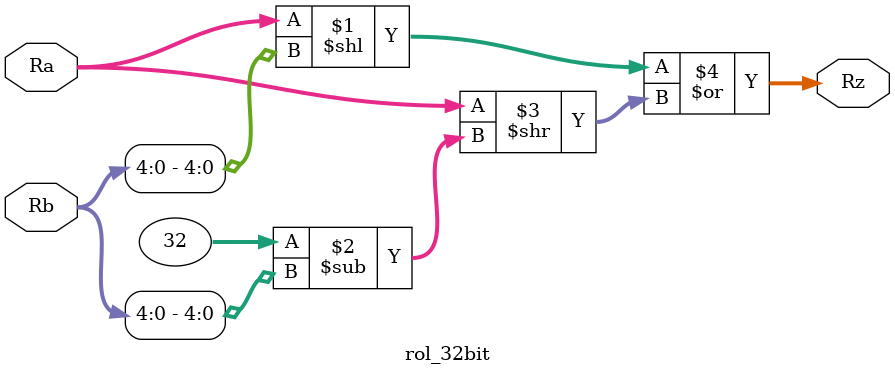
<source format=v>
module rol_32bit(
  input wire [31:0] Ra,           // Input value to rotate
  input wire [31:0] Rb,           // Rotation amount (only lower 5 bits used)
  output wire [31:0] Rz           // Rotated output
);

    // Rotate Left: Combine left-shifted and right-shifted portions
  assign Rz = (Ra << Rb[4:0]) | (Ra >> (32 - Rb[4:0]));

endmodule

</source>
